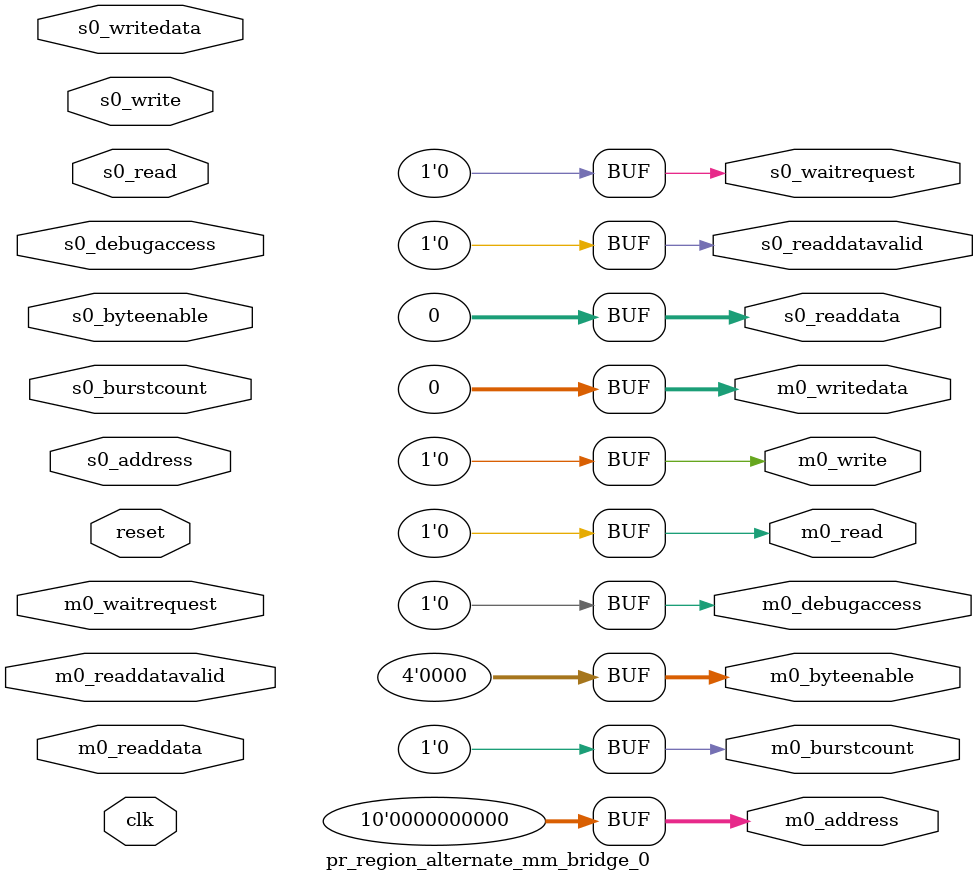
<source format=v>
module pr_region_alternate_mm_bridge_0(	// file.cleaned.mlir:2:3
  input         clk,	// file.cleaned.mlir:2:49
                m0_waitrequest,	// file.cleaned.mlir:2:63
  input  [31:0] m0_readdata,	// file.cleaned.mlir:2:88
  input         m0_readdatavalid,	// file.cleaned.mlir:2:111
                reset,	// file.cleaned.mlir:2:138
                s0_burstcount,	// file.cleaned.mlir:2:154
  input  [31:0] s0_writedata,	// file.cleaned.mlir:2:178
  input  [9:0]  s0_address,	// file.cleaned.mlir:2:202
  input         s0_write,	// file.cleaned.mlir:2:224
                s0_read,	// file.cleaned.mlir:2:243
  input  [3:0]  s0_byteenable,	// file.cleaned.mlir:2:261
  input         s0_debugaccess,	// file.cleaned.mlir:2:285
  output        m0_burstcount,	// file.cleaned.mlir:2:311
  output [31:0] m0_writedata,	// file.cleaned.mlir:2:335
  output [9:0]  m0_address,	// file.cleaned.mlir:2:359
  output        m0_write,	// file.cleaned.mlir:2:381
                m0_read,	// file.cleaned.mlir:2:400
  output [3:0]  m0_byteenable,	// file.cleaned.mlir:2:418
  output        m0_debugaccess,	// file.cleaned.mlir:2:442
                s0_waitrequest,	// file.cleaned.mlir:2:467
  output [31:0] s0_readdata,	// file.cleaned.mlir:2:492
  output        s0_readdatavalid	// file.cleaned.mlir:2:515
);

  assign m0_burstcount = 1'h0;	// file.cleaned.mlir:3:14, :7:5
  assign m0_writedata = 32'h0;	// file.cleaned.mlir:4:15, :7:5
  assign m0_address = 10'h0;	// file.cleaned.mlir:5:15, :7:5
  assign m0_write = 1'h0;	// file.cleaned.mlir:3:14, :7:5
  assign m0_read = 1'h0;	// file.cleaned.mlir:3:14, :7:5
  assign m0_byteenable = 4'h0;	// file.cleaned.mlir:6:14, :7:5
  assign m0_debugaccess = 1'h0;	// file.cleaned.mlir:3:14, :7:5
  assign s0_waitrequest = 1'h0;	// file.cleaned.mlir:3:14, :7:5
  assign s0_readdata = 32'h0;	// file.cleaned.mlir:4:15, :7:5
  assign s0_readdatavalid = 1'h0;	// file.cleaned.mlir:3:14, :7:5
endmodule


</source>
